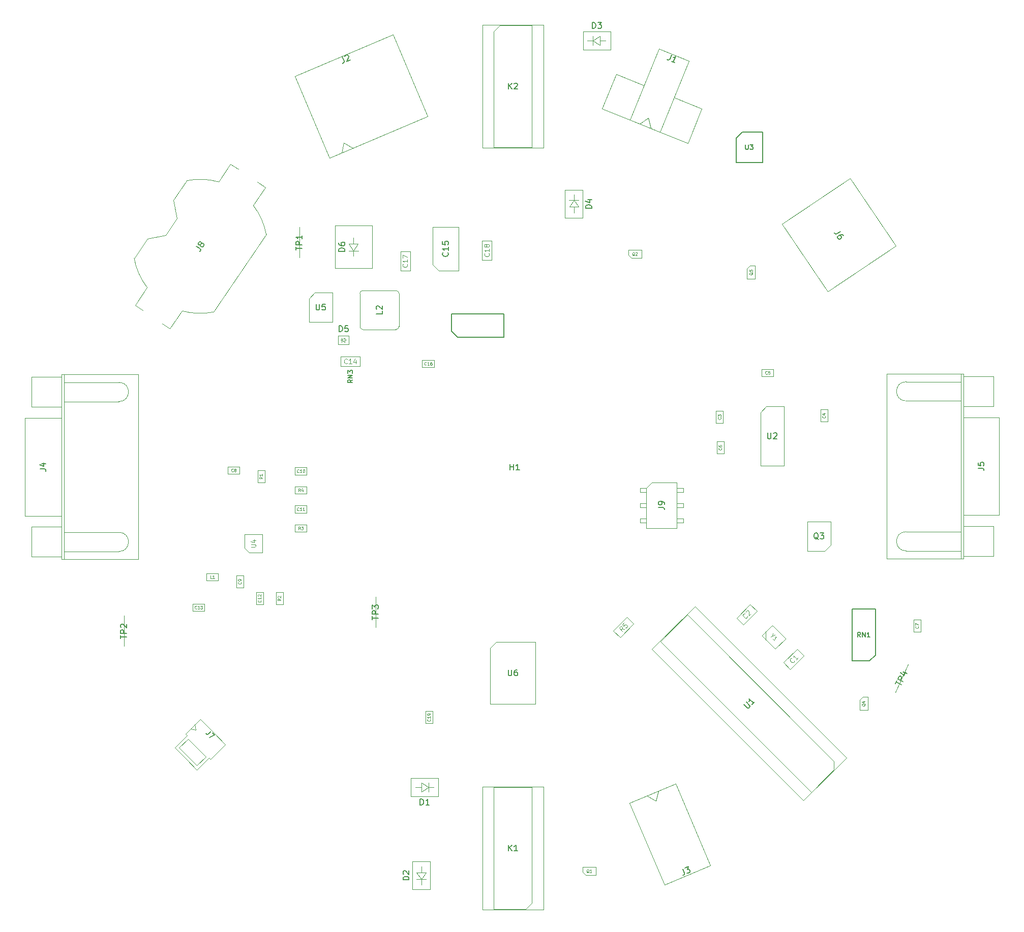
<source format=gbr>
G04 #@! TF.GenerationSoftware,KiCad,Pcbnew,5.1.5-52549c5~84~ubuntu18.04.1*
G04 #@! TF.CreationDate,2020-02-04T16:57:14-05:00*
G04 #@! TF.ProjectId,datapod,64617461-706f-4642-9e6b-696361645f70,1*
G04 #@! TF.SameCoordinates,Original*
G04 #@! TF.FileFunction,Other,Fab,Top*
%FSLAX46Y46*%
G04 Gerber Fmt 4.6, Leading zero omitted, Abs format (unit mm)*
G04 Created by KiCad (PCBNEW 5.1.5-52549c5~84~ubuntu18.04.1) date 2020-02-04 16:57:14*
%MOMM*%
%LPD*%
G04 APERTURE LIST*
%ADD10C,0.100000*%
%ADD11C,0.150000*%
%ADD12C,0.105000*%
%ADD13C,0.080000*%
%ADD14C,0.075000*%
%ADD15C,0.120000*%
%ADD16C,0.110000*%
%ADD17C,0.130000*%
G04 APERTURE END LIST*
D10*
X105410000Y-22800000D02*
X95250000Y-22800000D01*
X105410000Y-43240000D02*
X105410000Y-22800000D01*
X95250000Y-43240000D02*
X105410000Y-43240000D01*
X95250000Y-22800000D02*
X95250000Y-43240000D01*
X97155000Y-23860000D02*
X98155000Y-22860000D01*
X97155000Y-43180000D02*
X97155000Y-23860000D01*
X103505000Y-43180000D02*
X97155000Y-43180000D01*
X103505000Y-22860000D02*
X103505000Y-43180000D01*
X98155000Y-22860000D02*
X103505000Y-22860000D01*
X95250000Y-170240000D02*
X105410000Y-170240000D01*
X95250000Y-149800000D02*
X95250000Y-170240000D01*
X105410000Y-149800000D02*
X95250000Y-149800000D01*
X105410000Y-170240000D02*
X105410000Y-149800000D01*
X103505000Y-169180000D02*
X102505000Y-170180000D01*
X103505000Y-149860000D02*
X103505000Y-169180000D01*
X97155000Y-149860000D02*
X103505000Y-149860000D01*
X97155000Y-170180000D02*
X97155000Y-149860000D01*
X102505000Y-170180000D02*
X97155000Y-170180000D01*
X148722683Y-152096887D02*
X155906887Y-144912683D01*
X123493113Y-126867317D02*
X148722683Y-152096887D01*
X130677317Y-119683113D02*
X123493113Y-126867317D01*
X155906887Y-144912683D02*
X130677317Y-119683113D01*
X153810316Y-145510188D02*
X153810316Y-146924401D01*
X129372705Y-121072577D02*
X153810316Y-145510188D01*
X124882577Y-125562705D02*
X129372705Y-121072577D01*
X150027295Y-150707423D02*
X124882577Y-125562705D01*
X153810316Y-146924401D02*
X150027295Y-150707423D01*
X127635000Y-106680000D02*
X122555000Y-106680000D01*
X123505000Y-99060000D02*
X127635000Y-99060000D01*
X122555000Y-106680000D02*
X122555000Y-100010000D01*
X122555000Y-100010000D02*
X123505000Y-99060000D01*
X127635000Y-99060000D02*
X127635000Y-106680000D01*
X122555000Y-100010000D02*
X121495000Y-100010000D01*
X121495000Y-100010000D02*
X121495000Y-100650000D01*
X121495000Y-100650000D02*
X122555000Y-100650000D01*
X127635000Y-100010000D02*
X128695000Y-100010000D01*
X128695000Y-100010000D02*
X128695000Y-100650000D01*
X128695000Y-100650000D02*
X127635000Y-100650000D01*
X122555000Y-102550000D02*
X121495000Y-102550000D01*
X121495000Y-102550000D02*
X121495000Y-103190000D01*
X121495000Y-103190000D02*
X122555000Y-103190000D01*
X127635000Y-102550000D02*
X128695000Y-102550000D01*
X128695000Y-102550000D02*
X128695000Y-103190000D01*
X128695000Y-103190000D02*
X127635000Y-103190000D01*
X122555000Y-105090000D02*
X121495000Y-105090000D01*
X121495000Y-105090000D02*
X121495000Y-105730000D01*
X121495000Y-105730000D02*
X122555000Y-105730000D01*
X127635000Y-105090000D02*
X128695000Y-105090000D01*
X128695000Y-105090000D02*
X128695000Y-105730000D01*
X128695000Y-105730000D02*
X127635000Y-105730000D01*
X34728554Y-85560000D02*
G75*
G03X34728554Y-82360000I0J1600000D01*
G01*
X34728554Y-110560000D02*
G75*
G03X34728554Y-107360000I0J1600000D01*
G01*
X37948554Y-81035000D02*
X25608554Y-81035000D01*
X25608554Y-81035000D02*
X25608554Y-111885000D01*
X25608554Y-111885000D02*
X37948554Y-111885000D01*
X37948554Y-111885000D02*
X37948554Y-81035000D01*
X25608554Y-81035000D02*
X25208554Y-81035000D01*
X25208554Y-81035000D02*
X25208554Y-111885000D01*
X25208554Y-111885000D02*
X25608554Y-111885000D01*
X25608554Y-111885000D02*
X25608554Y-81035000D01*
X25208554Y-88310000D02*
X19038554Y-88310000D01*
X19038554Y-88310000D02*
X19038554Y-104610000D01*
X19038554Y-104610000D02*
X25208554Y-104610000D01*
X25208554Y-104610000D02*
X25208554Y-88310000D01*
X25208554Y-81460000D02*
X20208554Y-81460000D01*
X20208554Y-81460000D02*
X20208554Y-86460000D01*
X20208554Y-86460000D02*
X25208554Y-86460000D01*
X25208554Y-86460000D02*
X25208554Y-81460000D01*
X25208554Y-106460000D02*
X20208554Y-106460000D01*
X20208554Y-106460000D02*
X20208554Y-111460000D01*
X20208554Y-111460000D02*
X25208554Y-111460000D01*
X25208554Y-111460000D02*
X25208554Y-106460000D01*
X25608554Y-82360000D02*
X34728554Y-82360000D01*
X25608554Y-85560000D02*
X34728554Y-85560000D01*
X25608554Y-107360000D02*
X34728554Y-107360000D01*
X25608554Y-110560000D02*
X34728554Y-110560000D01*
X108990000Y-54910000D02*
X108990000Y-50310000D01*
X108990000Y-50310000D02*
X111990000Y-50310000D01*
X111990000Y-54910000D02*
X108990000Y-54910000D01*
X111990000Y-54910000D02*
X111990000Y-50310000D01*
X110488980Y-51960560D02*
X110488980Y-51058860D01*
X110488980Y-53111180D02*
X110488980Y-54109400D01*
X111289080Y-51960560D02*
X109688880Y-51960560D01*
X109739680Y-53111180D02*
X111289080Y-53111180D01*
X110488980Y-51960560D02*
X109739680Y-53111180D01*
X110488980Y-51960560D02*
X111289080Y-53111180D01*
X143587223Y-122896456D02*
X145708544Y-125017777D01*
X145708544Y-125017777D02*
X145708544Y-125159198D01*
X145708544Y-125159198D02*
X144082198Y-126785544D01*
X144082198Y-126785544D02*
X143940777Y-126785544D01*
X143940777Y-126785544D02*
X141819456Y-124664223D01*
X141819456Y-124664223D02*
X141819456Y-124522802D01*
X141819456Y-124522802D02*
X143445802Y-122896456D01*
X143445802Y-122896456D02*
X143587223Y-122896456D01*
X142455852Y-123886406D02*
X142455852Y-125300619D01*
D11*
X160700000Y-127810000D02*
X159700000Y-128810000D01*
X160700000Y-120110000D02*
X160700000Y-127810000D01*
X156800000Y-120110000D02*
X160700000Y-120110000D01*
X156800000Y-128810000D02*
X156800000Y-120110000D01*
X159700000Y-128810000D02*
X156800000Y-128810000D01*
D10*
X86960000Y-137185000D02*
X86960000Y-139185000D01*
X85760000Y-137185000D02*
X86960000Y-137185000D01*
X85760000Y-139185000D02*
X85760000Y-137185000D01*
X86960000Y-139185000D02*
X85760000Y-139185000D01*
X97580000Y-125660000D02*
X104080000Y-125660000D01*
X104080000Y-125660000D02*
X104080000Y-135960000D01*
X104080000Y-135960000D02*
X96580000Y-135960000D01*
X96580000Y-135960000D02*
X96580000Y-126660000D01*
X96580000Y-126660000D02*
X97580000Y-125660000D01*
X111930000Y-164005000D02*
X112430000Y-164505000D01*
X114130000Y-163155000D02*
X114130000Y-164505000D01*
X111930000Y-163155000D02*
X114130000Y-163155000D01*
X112430000Y-164505000D02*
X114130000Y-164505000D01*
X111930000Y-163155000D02*
X111930000Y-164005000D01*
X45990866Y-48747811D02*
G75*
G02X51292943Y-48934456I2269134J-10942189D01*
G01*
X50529134Y-70632189D02*
G75*
G02X45227057Y-70445544I-2269134J10942189D01*
G01*
X37264546Y-61685112D02*
G75*
G03X39423794Y-66531193I10995454J1995112D01*
G01*
X38744289Y-70399867D02*
X37417829Y-69505158D01*
X37417829Y-69505158D02*
X39423794Y-66531193D01*
X45227057Y-70445544D02*
X43221092Y-73419509D01*
X43221092Y-73419509D02*
X41894632Y-72524800D01*
X54625368Y-46855200D02*
X53298908Y-45960491D01*
X53298908Y-45960491D02*
X51292943Y-48934456D01*
X39446847Y-58449703D02*
X37264541Y-61685105D01*
X42500954Y-57856045D02*
X39446847Y-58449703D01*
X44402210Y-55037317D02*
X43808552Y-51983210D01*
X44402210Y-55037317D02*
X42500954Y-57856045D01*
X59102171Y-49874842D02*
X57096206Y-52848807D01*
X59102171Y-49874842D02*
X57775711Y-48980133D01*
X43808552Y-51983210D02*
X45990858Y-48747808D01*
X59255459Y-57694895D02*
X50529142Y-70632192D01*
X59255454Y-57694888D02*
G75*
G03X57096206Y-52848807I-10995454J-1995112D01*
G01*
X64016772Y-31308544D02*
X69799593Y-44932016D01*
X69799593Y-44932016D02*
X86138554Y-37996538D01*
X86138554Y-37996538D02*
X80355733Y-24373067D01*
X80355733Y-24373067D02*
X64016772Y-31308544D01*
X71801691Y-44082176D02*
X72169618Y-42389654D01*
X72169618Y-42389654D02*
X73642701Y-43300714D01*
X116600000Y-26900000D02*
X112000000Y-26900000D01*
X112000000Y-26900000D02*
X112000000Y-23900000D01*
X116600000Y-23900000D02*
X116600000Y-26900000D01*
X116600000Y-23900000D02*
X112000000Y-23900000D01*
X113650560Y-25401020D02*
X112748860Y-25401020D01*
X114801180Y-25401020D02*
X115799400Y-25401020D01*
X113650560Y-24600920D02*
X113650560Y-26201120D01*
X114801180Y-26150320D02*
X114801180Y-24600920D01*
X113650560Y-25401020D02*
X114801180Y-26150320D01*
X113650560Y-25401020D02*
X114801180Y-24600920D01*
X124623635Y-26740707D02*
X119828671Y-38608660D01*
X119828671Y-38608660D02*
X124835464Y-40631536D01*
X124835464Y-40631536D02*
X129630428Y-28763582D01*
X129630428Y-28763582D02*
X124623635Y-26740707D01*
X122151232Y-32860120D02*
X117515312Y-30987087D01*
X117515312Y-30987087D02*
X115192752Y-36735627D01*
X115192752Y-36735627D02*
X119828671Y-38608660D01*
X127158025Y-34882996D02*
X131793944Y-36756029D01*
X131793944Y-36756029D02*
X129471383Y-42504569D01*
X129471383Y-42504569D02*
X124835464Y-40631536D01*
X121404883Y-39245491D02*
X122861841Y-38308861D01*
X122861841Y-38308861D02*
X123259251Y-39994704D01*
D11*
X138500000Y-40680000D02*
X141900000Y-40680000D01*
X141900000Y-40680000D02*
X141900000Y-45680000D01*
X141900000Y-45680000D02*
X137500000Y-45680000D01*
X137500000Y-45680000D02*
X137500000Y-41680000D01*
X137500000Y-41680000D02*
X138500000Y-40680000D01*
D10*
X164104812Y-59583912D02*
X156499789Y-48309001D01*
X152746998Y-67244855D02*
X164104812Y-59583912D01*
X145141974Y-55969944D02*
X152746998Y-67244855D01*
X156499789Y-48309001D02*
X145141974Y-55969944D01*
X134147000Y-87129000D02*
X135347000Y-87129000D01*
X135347000Y-87129000D02*
X135347000Y-89129000D01*
X135347000Y-89129000D02*
X134147000Y-89129000D01*
X134147000Y-89129000D02*
X134147000Y-87129000D01*
X151546000Y-88875000D02*
X151546000Y-86875000D01*
X152746000Y-88875000D02*
X151546000Y-88875000D01*
X152746000Y-86875000D02*
X152746000Y-88875000D01*
X151546000Y-86875000D02*
X152746000Y-86875000D01*
X143748000Y-81372000D02*
X141748000Y-81372000D01*
X143748000Y-80172000D02*
X143748000Y-81372000D01*
X141748000Y-80172000D02*
X143748000Y-80172000D01*
X141748000Y-81372000D02*
X141748000Y-80172000D01*
X134274000Y-92209000D02*
X135474000Y-92209000D01*
X135474000Y-92209000D02*
X135474000Y-94209000D01*
X135474000Y-94209000D02*
X134274000Y-94209000D01*
X134274000Y-94209000D02*
X134274000Y-92209000D01*
X167040000Y-121945000D02*
X168240000Y-121945000D01*
X168240000Y-121945000D02*
X168240000Y-123945000D01*
X168240000Y-123945000D02*
X167040000Y-123945000D01*
X167040000Y-123945000D02*
X167040000Y-121945000D01*
X54848000Y-96428000D02*
X54848000Y-97628000D01*
X54848000Y-97628000D02*
X52848000Y-97628000D01*
X52848000Y-97628000D02*
X52848000Y-96428000D01*
X52848000Y-96428000D02*
X54848000Y-96428000D01*
X54264000Y-116570000D02*
X54264000Y-114570000D01*
X55464000Y-116570000D02*
X54264000Y-116570000D01*
X55464000Y-114570000D02*
X55464000Y-116570000D01*
X54264000Y-114570000D02*
X55464000Y-114570000D01*
X66015000Y-96555000D02*
X66015000Y-97755000D01*
X66015000Y-97755000D02*
X64015000Y-97755000D01*
X64015000Y-97755000D02*
X64015000Y-96555000D01*
X64015000Y-96555000D02*
X66015000Y-96555000D01*
X66015000Y-104105000D02*
X64015000Y-104105000D01*
X66015000Y-102905000D02*
X66015000Y-104105000D01*
X64015000Y-102905000D02*
X66015000Y-102905000D01*
X64015000Y-104105000D02*
X64015000Y-102905000D01*
X57566000Y-119355000D02*
X57566000Y-117355000D01*
X58766000Y-119355000D02*
X57566000Y-119355000D01*
X58766000Y-117355000D02*
X58766000Y-119355000D01*
X57566000Y-117355000D02*
X58766000Y-117355000D01*
X48997000Y-119288000D02*
X48997000Y-120488000D01*
X48997000Y-120488000D02*
X46997000Y-120488000D01*
X46997000Y-120488000D02*
X46997000Y-119288000D01*
X46997000Y-119288000D02*
X48997000Y-119288000D01*
X71642500Y-79667000D02*
X71642500Y-78067000D01*
X71642500Y-78067000D02*
X74842500Y-78067000D01*
X74842500Y-78067000D02*
X74842500Y-79667000D01*
X74842500Y-79667000D02*
X71642500Y-79667000D01*
X87004000Y-56446000D02*
X87004000Y-62746000D01*
X87004000Y-62746000D02*
X88004000Y-63746000D01*
X88004000Y-63746000D02*
X91304000Y-63746000D01*
X91304000Y-63746000D02*
X91304000Y-56446000D01*
X91304000Y-56446000D02*
X87004000Y-56446000D01*
X85233000Y-79848000D02*
X85233000Y-78648000D01*
X85233000Y-78648000D02*
X87233000Y-78648000D01*
X87233000Y-78648000D02*
X87233000Y-79848000D01*
X87233000Y-79848000D02*
X85233000Y-79848000D01*
X83223000Y-60539500D02*
X83223000Y-63739500D01*
X81623000Y-60539500D02*
X83223000Y-60539500D01*
X81623000Y-63739500D02*
X81623000Y-60539500D01*
X83223000Y-63739500D02*
X81623000Y-63739500D01*
X96812000Y-61961500D02*
X95212000Y-61961500D01*
X95212000Y-61961500D02*
X95212000Y-58761500D01*
X95212000Y-58761500D02*
X96812000Y-58761500D01*
X96812000Y-58761500D02*
X96812000Y-61961500D01*
X86279440Y-149858980D02*
X85128820Y-150659080D01*
X86279440Y-149858980D02*
X85128820Y-149109680D01*
X85128820Y-149109680D02*
X85128820Y-150659080D01*
X86279440Y-150659080D02*
X86279440Y-149058880D01*
X85128820Y-149858980D02*
X84130600Y-149858980D01*
X86279440Y-149858980D02*
X87181140Y-149858980D01*
X83330000Y-151360000D02*
X87930000Y-151360000D01*
X83330000Y-151360000D02*
X83330000Y-148360000D01*
X87930000Y-148360000D02*
X87930000Y-151360000D01*
X83330000Y-148360000D02*
X87930000Y-148360000D01*
X85091020Y-165209440D02*
X84290920Y-164058820D01*
X85091020Y-165209440D02*
X85840320Y-164058820D01*
X85840320Y-164058820D02*
X84290920Y-164058820D01*
X84290920Y-165209440D02*
X85891120Y-165209440D01*
X85091020Y-164058820D02*
X85091020Y-163060600D01*
X85091020Y-165209440D02*
X85091020Y-166111140D01*
X83590000Y-162260000D02*
X83590000Y-166860000D01*
X83590000Y-162260000D02*
X86590000Y-162260000D01*
X86590000Y-166860000D02*
X83590000Y-166860000D01*
X86590000Y-162260000D02*
X86590000Y-166860000D01*
X76887000Y-56238000D02*
X76887000Y-63338000D01*
X76887000Y-63338000D02*
X70687000Y-63338000D01*
X70687000Y-56238000D02*
X76887000Y-56238000D01*
X70687000Y-56238000D02*
X70687000Y-63338000D01*
X73788020Y-60437440D02*
X73788020Y-61339140D01*
X73788020Y-59286820D02*
X73788020Y-58288600D01*
X72987920Y-60437440D02*
X74588120Y-60437440D01*
X74537320Y-59286820D02*
X72987920Y-59286820D01*
X73788020Y-60437440D02*
X74537320Y-59286820D01*
X73788020Y-60437440D02*
X72987920Y-59286820D01*
X133245733Y-162864725D02*
X127462912Y-149241253D01*
X127462912Y-149241253D02*
X119776696Y-152503858D01*
X119776696Y-152503858D02*
X125559517Y-166127330D01*
X125559517Y-166127330D02*
X133245733Y-162864725D01*
X124540309Y-150481824D02*
X124172382Y-152174346D01*
X124172382Y-152174346D02*
X122699299Y-151263286D01*
X49292000Y-115408000D02*
X49292000Y-114208000D01*
X49292000Y-114208000D02*
X51292000Y-114208000D01*
X51292000Y-114208000D02*
X51292000Y-115408000D01*
X51292000Y-115408000D02*
X49292000Y-115408000D01*
X75355000Y-73552000D02*
G75*
G02X74855000Y-73052000I0J500000D01*
G01*
X74855000Y-67552000D02*
G75*
G02X75355000Y-67052000I500000J0D01*
G01*
X81355000Y-73052000D02*
G75*
G02X80855000Y-73552000I-500000J0D01*
G01*
X80855000Y-67052000D02*
G75*
G02X81355000Y-67552000I0J-500000D01*
G01*
X75355000Y-67052000D02*
X80855000Y-67052000D01*
X74855000Y-73052000D02*
X74855000Y-67552000D01*
X80855000Y-73552000D02*
X75355000Y-73552000D01*
X81355000Y-67552000D02*
X81355000Y-73052000D01*
X119550000Y-60285000D02*
X119550000Y-61135000D01*
X120050000Y-61635000D02*
X121750000Y-61635000D01*
X119550000Y-60285000D02*
X121750000Y-60285000D01*
X121750000Y-60285000D02*
X121750000Y-61635000D01*
X119550000Y-61135000D02*
X120050000Y-61635000D01*
X159425000Y-134790000D02*
X158575000Y-134790000D01*
X158075000Y-135290000D02*
X158075000Y-136990000D01*
X159425000Y-134790000D02*
X159425000Y-136990000D01*
X159425000Y-136990000D02*
X158075000Y-136990000D01*
X158575000Y-134790000D02*
X158075000Y-135290000D01*
X57820000Y-99035000D02*
X57820000Y-97035000D01*
X59020000Y-99035000D02*
X57820000Y-99035000D01*
X59020000Y-97035000D02*
X59020000Y-99035000D01*
X57820000Y-97035000D02*
X59020000Y-97035000D01*
X60868000Y-119373000D02*
X60868000Y-117373000D01*
X62068000Y-119373000D02*
X60868000Y-119373000D01*
X62068000Y-117373000D02*
X62068000Y-119373000D01*
X60868000Y-117373000D02*
X62068000Y-117373000D01*
X66015000Y-106080000D02*
X66015000Y-107280000D01*
X66015000Y-107280000D02*
X64015000Y-107280000D01*
X64015000Y-107280000D02*
X64015000Y-106080000D01*
X64015000Y-106080000D02*
X66015000Y-106080000D01*
X64015000Y-100930000D02*
X64015000Y-99730000D01*
X64015000Y-99730000D02*
X66015000Y-99730000D01*
X66015000Y-99730000D02*
X66015000Y-100930000D01*
X66015000Y-100930000D02*
X64015000Y-100930000D01*
D11*
X90138000Y-73848000D02*
X90138000Y-70948000D01*
X90138000Y-70948000D02*
X98838000Y-70948000D01*
X98838000Y-70948000D02*
X98838000Y-74848000D01*
X98838000Y-74848000D02*
X91138000Y-74848000D01*
X91138000Y-74848000D02*
X90138000Y-73848000D01*
D10*
X142535000Y-86363000D02*
X145460000Y-86363000D01*
X145460000Y-86363000D02*
X145460000Y-96263000D01*
X145460000Y-96263000D02*
X141560000Y-96263000D01*
X141560000Y-96263000D02*
X141560000Y-87338000D01*
X141560000Y-87338000D02*
X142535000Y-86363000D01*
X55650000Y-109970000D02*
X55650000Y-107720000D01*
X55650000Y-107720000D02*
X58650000Y-107720000D01*
X58650000Y-107720000D02*
X58650000Y-110720000D01*
X58650000Y-110720000D02*
X56400000Y-110720000D01*
X56400000Y-110720000D02*
X55650000Y-109970000D01*
X67351000Y-67400000D02*
X70276000Y-67400000D01*
X70276000Y-67400000D02*
X70276000Y-72300000D01*
X70276000Y-72300000D02*
X66376000Y-72300000D01*
X66376000Y-72300000D02*
X66376000Y-68375000D01*
X66376000Y-68375000D02*
X67351000Y-67400000D01*
X146536136Y-130185235D02*
X145404765Y-129053864D01*
X145404765Y-129053864D02*
X147667506Y-126791123D01*
X147667506Y-126791123D02*
X148798877Y-127922494D01*
X148798877Y-127922494D02*
X146536136Y-130185235D01*
X140980235Y-120501136D02*
X138717494Y-122763877D01*
X139848864Y-119369765D02*
X140980235Y-120501136D01*
X137586123Y-121632506D02*
X139848864Y-119369765D01*
X138717494Y-122763877D02*
X137586123Y-121632506D01*
X118179315Y-124887056D02*
X117047944Y-123755685D01*
X117047944Y-123755685D02*
X119310685Y-121492944D01*
X119310685Y-121492944D02*
X120442056Y-122624315D01*
X120442056Y-122624315D02*
X118179315Y-124887056D01*
X64770000Y-56515000D02*
X64770000Y-61595000D01*
X35560000Y-121285000D02*
X35560000Y-126365000D01*
X77470000Y-118110000D02*
X77470000Y-123190000D01*
X152275000Y-110450000D02*
X149350000Y-110450000D01*
X149350000Y-110450000D02*
X149350000Y-105550000D01*
X149350000Y-105550000D02*
X153250000Y-105550000D01*
X153250000Y-105550000D02*
X153250000Y-109475000D01*
X153250000Y-109475000D02*
X152275000Y-110450000D01*
X140675000Y-62900000D02*
X139825000Y-62900000D01*
X139325000Y-63400000D02*
X139325000Y-65100000D01*
X140675000Y-62900000D02*
X140675000Y-65100000D01*
X140675000Y-65100000D02*
X139325000Y-65100000D01*
X139825000Y-62900000D02*
X139325000Y-63400000D01*
X166146901Y-129395956D02*
X164000000Y-134000000D01*
X165813424Y-107255924D02*
G75*
G03X165813424Y-110455924I0J-1600000D01*
G01*
X165813424Y-82255924D02*
G75*
G03X165813424Y-85455924I0J-1600000D01*
G01*
X162593424Y-111780924D02*
X174933424Y-111780924D01*
X174933424Y-111780924D02*
X174933424Y-80930924D01*
X174933424Y-80930924D02*
X162593424Y-80930924D01*
X162593424Y-80930924D02*
X162593424Y-111780924D01*
X174933424Y-111780924D02*
X175333424Y-111780924D01*
X175333424Y-111780924D02*
X175333424Y-80930924D01*
X175333424Y-80930924D02*
X174933424Y-80930924D01*
X174933424Y-80930924D02*
X174933424Y-111780924D01*
X175333424Y-104505924D02*
X181333424Y-104505924D01*
X181333424Y-104505924D02*
X181333424Y-88205924D01*
X181333424Y-88205924D02*
X175333424Y-88205924D01*
X175333424Y-88205924D02*
X175333424Y-104505924D01*
X175333424Y-111355924D02*
X180333424Y-111355924D01*
X180333424Y-111355924D02*
X180333424Y-106355924D01*
X180333424Y-106355924D02*
X175333424Y-106355924D01*
X175333424Y-106355924D02*
X175333424Y-111355924D01*
X175333424Y-86355924D02*
X180333424Y-86355924D01*
X180333424Y-86355924D02*
X180333424Y-81355924D01*
X180333424Y-81355924D02*
X175333424Y-81355924D01*
X175333424Y-81355924D02*
X175333424Y-86355924D01*
X174933424Y-110455924D02*
X165813424Y-110455924D01*
X174933424Y-107255924D02*
X165813424Y-107255924D01*
X174933424Y-85455924D02*
X165813424Y-85455924D01*
X174933424Y-82255924D02*
X165813424Y-82255924D01*
X50374249Y-140623518D02*
X48274142Y-138523411D01*
X48274142Y-138523411D02*
X45813411Y-140984142D01*
X45813411Y-140984142D02*
X46075040Y-141245772D01*
X46075040Y-141245772D02*
X44052715Y-143268097D01*
X44052715Y-143268097D02*
X45891192Y-145106575D01*
X50374249Y-140623518D02*
X52474356Y-142723625D01*
X52474356Y-142723625D02*
X50013625Y-145184356D01*
X50013625Y-145184356D02*
X49751995Y-144922727D01*
X49751995Y-144922727D02*
X47729670Y-146945052D01*
X47729670Y-146945052D02*
X45891192Y-145106575D01*
X44759821Y-143268097D02*
X47729670Y-146237946D01*
X47729670Y-146237946D02*
X49200452Y-144767163D01*
X49200452Y-144767163D02*
X46230604Y-141797315D01*
X46230604Y-141797315D02*
X44759821Y-143268097D01*
X46690223Y-140107330D02*
X47543776Y-140253776D01*
X47543776Y-140253776D02*
X47397330Y-139400223D01*
X72336000Y-75311000D02*
X72586000Y-75311000D01*
X72336000Y-75661000D02*
X71836000Y-75311000D01*
X72336000Y-74961000D02*
X72336000Y-75661000D01*
X71836000Y-75311000D02*
X72336000Y-74961000D01*
X71836000Y-75311000D02*
X71636000Y-75311000D01*
X71836000Y-74961000D02*
X71836000Y-75661000D01*
X71236000Y-76011000D02*
X71236000Y-74611000D01*
X73036000Y-76011000D02*
X71236000Y-76011000D01*
X73036000Y-74611000D02*
X73036000Y-76011000D01*
X71236000Y-74611000D02*
X73036000Y-74611000D01*
D11*
X99591904Y-33472380D02*
X99591904Y-32472380D01*
X100163333Y-33472380D02*
X99734761Y-32900952D01*
X100163333Y-32472380D02*
X99591904Y-33043809D01*
X100544285Y-32567619D02*
X100591904Y-32520000D01*
X100687142Y-32472380D01*
X100925238Y-32472380D01*
X101020476Y-32520000D01*
X101068095Y-32567619D01*
X101115714Y-32662857D01*
X101115714Y-32758095D01*
X101068095Y-32900952D01*
X100496666Y-33472380D01*
X101115714Y-33472380D01*
X99591904Y-160472380D02*
X99591904Y-159472380D01*
X100163333Y-160472380D02*
X99734761Y-159900952D01*
X100163333Y-159472380D02*
X99591904Y-160043809D01*
X101115714Y-160472380D02*
X100544285Y-160472380D01*
X100830000Y-160472380D02*
X100830000Y-159472380D01*
X100734761Y-159615238D01*
X100639523Y-159710476D01*
X100544285Y-159758095D01*
X138774026Y-136041522D02*
X139346446Y-136613942D01*
X139447461Y-136647614D01*
X139514805Y-136647614D01*
X139615820Y-136613942D01*
X139750507Y-136479255D01*
X139784179Y-136378240D01*
X139784179Y-136310896D01*
X139750507Y-136209881D01*
X139178087Y-135637461D01*
X140592301Y-135637461D02*
X140188240Y-136041522D01*
X140390270Y-135839492D02*
X139683164Y-135132385D01*
X139716835Y-135300744D01*
X139716835Y-135435431D01*
X139683164Y-135536446D01*
X124547380Y-103203333D02*
X125261666Y-103203333D01*
X125404523Y-103250952D01*
X125499761Y-103346190D01*
X125547380Y-103489047D01*
X125547380Y-103584285D01*
X125547380Y-102679523D02*
X125547380Y-102489047D01*
X125499761Y-102393809D01*
X125452142Y-102346190D01*
X125309285Y-102250952D01*
X125118809Y-102203333D01*
X124737857Y-102203333D01*
X124642619Y-102250952D01*
X124595000Y-102298571D01*
X124547380Y-102393809D01*
X124547380Y-102584285D01*
X124595000Y-102679523D01*
X124642619Y-102727142D01*
X124737857Y-102774761D01*
X124975952Y-102774761D01*
X125071190Y-102727142D01*
X125118809Y-102679523D01*
X125166428Y-102584285D01*
X125166428Y-102393809D01*
X125118809Y-102298571D01*
X125071190Y-102250952D01*
X124975952Y-102203333D01*
X21575934Y-96793333D02*
X22290220Y-96793333D01*
X22433077Y-96840952D01*
X22528315Y-96936190D01*
X22575934Y-97079047D01*
X22575934Y-97174285D01*
X21909268Y-95888571D02*
X22575934Y-95888571D01*
X21528315Y-96126666D02*
X22242601Y-96364761D01*
X22242601Y-95745714D01*
X113442380Y-53348095D02*
X112442380Y-53348095D01*
X112442380Y-53110000D01*
X112490000Y-52967142D01*
X112585238Y-52871904D01*
X112680476Y-52824285D01*
X112870952Y-52776666D01*
X113013809Y-52776666D01*
X113204285Y-52824285D01*
X113299523Y-52871904D01*
X113394761Y-52967142D01*
X113442380Y-53110000D01*
X113442380Y-53348095D01*
X112775714Y-51919523D02*
X113442380Y-51919523D01*
X112394761Y-52157619D02*
X113109047Y-52395714D01*
X113109047Y-51776666D01*
D12*
X143540082Y-124593512D02*
X143304380Y-124829214D01*
X143634363Y-124169248D02*
X143540082Y-124593512D01*
X143964346Y-124499231D01*
X143893636Y-125418470D02*
X143610793Y-125135627D01*
X143752214Y-125277049D02*
X144247189Y-124782074D01*
X144129338Y-124805644D01*
X144035057Y-124805644D01*
X143964346Y-124782074D01*
D11*
X158197619Y-124821904D02*
X157930952Y-124440952D01*
X157740476Y-124821904D02*
X157740476Y-124021904D01*
X158045238Y-124021904D01*
X158121428Y-124060000D01*
X158159523Y-124098095D01*
X158197619Y-124174285D01*
X158197619Y-124288571D01*
X158159523Y-124364761D01*
X158121428Y-124402857D01*
X158045238Y-124440952D01*
X157740476Y-124440952D01*
X158540476Y-124821904D02*
X158540476Y-124021904D01*
X158997619Y-124821904D01*
X158997619Y-124021904D01*
X159797619Y-124821904D02*
X159340476Y-124821904D01*
X159569047Y-124821904D02*
X159569047Y-124021904D01*
X159492857Y-124136190D01*
X159416666Y-124212380D01*
X159340476Y-124250476D01*
D13*
X86538571Y-138506428D02*
X86562380Y-138530238D01*
X86586190Y-138601666D01*
X86586190Y-138649285D01*
X86562380Y-138720714D01*
X86514761Y-138768333D01*
X86467142Y-138792142D01*
X86371904Y-138815952D01*
X86300476Y-138815952D01*
X86205238Y-138792142D01*
X86157619Y-138768333D01*
X86110000Y-138720714D01*
X86086190Y-138649285D01*
X86086190Y-138601666D01*
X86110000Y-138530238D01*
X86133809Y-138506428D01*
X86586190Y-138030238D02*
X86586190Y-138315952D01*
X86586190Y-138173095D02*
X86086190Y-138173095D01*
X86157619Y-138220714D01*
X86205238Y-138268333D01*
X86229047Y-138315952D01*
X86586190Y-137792142D02*
X86586190Y-137696904D01*
X86562380Y-137649285D01*
X86538571Y-137625476D01*
X86467142Y-137577857D01*
X86371904Y-137554047D01*
X86181428Y-137554047D01*
X86133809Y-137577857D01*
X86110000Y-137601666D01*
X86086190Y-137649285D01*
X86086190Y-137744523D01*
X86110000Y-137792142D01*
X86133809Y-137815952D01*
X86181428Y-137839761D01*
X86300476Y-137839761D01*
X86348095Y-137815952D01*
X86371904Y-137792142D01*
X86395714Y-137744523D01*
X86395714Y-137649285D01*
X86371904Y-137601666D01*
X86348095Y-137577857D01*
X86300476Y-137554047D01*
D11*
X99568095Y-130262380D02*
X99568095Y-131071904D01*
X99615714Y-131167142D01*
X99663333Y-131214761D01*
X99758571Y-131262380D01*
X99949047Y-131262380D01*
X100044285Y-131214761D01*
X100091904Y-131167142D01*
X100139523Y-131071904D01*
X100139523Y-130262380D01*
X101044285Y-130262380D02*
X100853809Y-130262380D01*
X100758571Y-130310000D01*
X100710952Y-130357619D01*
X100615714Y-130500476D01*
X100568095Y-130690952D01*
X100568095Y-131071904D01*
X100615714Y-131167142D01*
X100663333Y-131214761D01*
X100758571Y-131262380D01*
X100949047Y-131262380D01*
X101044285Y-131214761D01*
X101091904Y-131167142D01*
X101139523Y-131071904D01*
X101139523Y-130833809D01*
X101091904Y-130738571D01*
X101044285Y-130690952D01*
X100949047Y-130643333D01*
X100758571Y-130643333D01*
X100663333Y-130690952D01*
X100615714Y-130738571D01*
X100568095Y-130833809D01*
D14*
X112982380Y-164103809D02*
X112934761Y-164080000D01*
X112887142Y-164032380D01*
X112815714Y-163960952D01*
X112768095Y-163937142D01*
X112720476Y-163937142D01*
X112744285Y-164056190D02*
X112696666Y-164032380D01*
X112649047Y-163984761D01*
X112625238Y-163889523D01*
X112625238Y-163722857D01*
X112649047Y-163627619D01*
X112696666Y-163580000D01*
X112744285Y-163556190D01*
X112839523Y-163556190D01*
X112887142Y-163580000D01*
X112934761Y-163627619D01*
X112958571Y-163722857D01*
X112958571Y-163889523D01*
X112934761Y-163984761D01*
X112887142Y-164032380D01*
X112839523Y-164056190D01*
X112744285Y-164056190D01*
X113434761Y-164056190D02*
X113149047Y-164056190D01*
X113291904Y-164056190D02*
X113291904Y-163556190D01*
X113244285Y-163627619D01*
X113196666Y-163675238D01*
X113149047Y-163699047D01*
D11*
X47619605Y-59660121D02*
X48211775Y-60059544D01*
X48303580Y-60178907D01*
X48329280Y-60311119D01*
X48288873Y-60456181D01*
X48235617Y-60535137D01*
X48321074Y-59386561D02*
X48228340Y-59438889D01*
X48162233Y-59451739D01*
X48056649Y-59437960D01*
X48017171Y-59411332D01*
X47964843Y-59318597D01*
X47951994Y-59252491D01*
X47965772Y-59146907D01*
X48072285Y-58988995D01*
X48165020Y-58936667D01*
X48231126Y-58923818D01*
X48336710Y-58937596D01*
X48376188Y-58964224D01*
X48428516Y-59056959D01*
X48441365Y-59123065D01*
X48427587Y-59228649D01*
X48321074Y-59386561D01*
X48307295Y-59492145D01*
X48320145Y-59558251D01*
X48372473Y-59650986D01*
X48530385Y-59757499D01*
X48635969Y-59771277D01*
X48702075Y-59758428D01*
X48794810Y-59706100D01*
X48901323Y-59548188D01*
X48915101Y-59442604D01*
X48902251Y-59376498D01*
X48849924Y-59283763D01*
X48692012Y-59177250D01*
X48586428Y-59163472D01*
X48520321Y-59176321D01*
X48427587Y-59228649D01*
X71938958Y-28111316D02*
X72218051Y-28768820D01*
X72230037Y-28918927D01*
X72179582Y-29043806D01*
X72066687Y-29143459D01*
X71979020Y-29180671D01*
X72370672Y-28031527D02*
X72395900Y-27969087D01*
X72464961Y-27888041D01*
X72684128Y-27795010D01*
X72790402Y-27801631D01*
X72852842Y-27826858D01*
X72933888Y-27895919D01*
X72971100Y-27983586D01*
X72983085Y-28133693D01*
X72680357Y-28882971D01*
X73250194Y-28641090D01*
X113561904Y-23352380D02*
X113561904Y-22352380D01*
X113800000Y-22352380D01*
X113942857Y-22400000D01*
X114038095Y-22495238D01*
X114085714Y-22590476D01*
X114133333Y-22780952D01*
X114133333Y-22923809D01*
X114085714Y-23114285D01*
X114038095Y-23209523D01*
X113942857Y-23304761D01*
X113800000Y-23352380D01*
X113561904Y-23352380D01*
X114466666Y-22352380D02*
X115085714Y-22352380D01*
X114752380Y-22733333D01*
X114895238Y-22733333D01*
X114990476Y-22780952D01*
X115038095Y-22828571D01*
X115085714Y-22923809D01*
X115085714Y-23161904D01*
X115038095Y-23257142D01*
X114990476Y-23304761D01*
X114895238Y-23352380D01*
X114609523Y-23352380D01*
X114514285Y-23304761D01*
X114466666Y-23257142D01*
X126760887Y-27768560D02*
X126493311Y-28430834D01*
X126395644Y-28545451D01*
X126271664Y-28598077D01*
X126121371Y-28588713D01*
X126033067Y-28553037D01*
X127313464Y-29070351D02*
X126783645Y-28856290D01*
X127048555Y-28963320D02*
X127423161Y-28036136D01*
X127281343Y-28132914D01*
X127157363Y-28185541D01*
X127051221Y-28194015D01*
X139090476Y-42741904D02*
X139090476Y-43389523D01*
X139128571Y-43465714D01*
X139166666Y-43503809D01*
X139242857Y-43541904D01*
X139395238Y-43541904D01*
X139471428Y-43503809D01*
X139509523Y-43465714D01*
X139547619Y-43389523D01*
X139547619Y-42741904D01*
X139852380Y-42741904D02*
X140347619Y-42741904D01*
X140080952Y-43046666D01*
X140195238Y-43046666D01*
X140271428Y-43084761D01*
X140309523Y-43122857D01*
X140347619Y-43199047D01*
X140347619Y-43389523D01*
X140309523Y-43465714D01*
X140271428Y-43503809D01*
X140195238Y-43541904D01*
X139966666Y-43541904D01*
X139890476Y-43503809D01*
X139852380Y-43465714D01*
X154890992Y-57194357D02*
X154298822Y-57593780D01*
X154153760Y-57634187D01*
X154021547Y-57608488D01*
X153902185Y-57516682D01*
X153848928Y-57437726D01*
X155396928Y-57944439D02*
X155290415Y-57786527D01*
X155197681Y-57734199D01*
X155131574Y-57721349D01*
X154959884Y-57722278D01*
X154775344Y-57789313D01*
X154459520Y-58002339D01*
X154407192Y-58095073D01*
X154394343Y-58161179D01*
X154408121Y-58266764D01*
X154514634Y-58424676D01*
X154607368Y-58477003D01*
X154673475Y-58489853D01*
X154779059Y-58476074D01*
X154976449Y-58342933D01*
X155028777Y-58250199D01*
X155041626Y-58184093D01*
X155027848Y-58078508D01*
X154921335Y-57920597D01*
X154828600Y-57868269D01*
X154762494Y-57855419D01*
X154656910Y-57869198D01*
D13*
X134925571Y-88212333D02*
X134949380Y-88236142D01*
X134973190Y-88307571D01*
X134973190Y-88355190D01*
X134949380Y-88426619D01*
X134901761Y-88474238D01*
X134854142Y-88498047D01*
X134758904Y-88521857D01*
X134687476Y-88521857D01*
X134592238Y-88498047D01*
X134544619Y-88474238D01*
X134497000Y-88426619D01*
X134473190Y-88355190D01*
X134473190Y-88307571D01*
X134497000Y-88236142D01*
X134520809Y-88212333D01*
X134473190Y-88045666D02*
X134473190Y-87736142D01*
X134663666Y-87902809D01*
X134663666Y-87831380D01*
X134687476Y-87783761D01*
X134711285Y-87759952D01*
X134758904Y-87736142D01*
X134877952Y-87736142D01*
X134925571Y-87759952D01*
X134949380Y-87783761D01*
X134973190Y-87831380D01*
X134973190Y-87974238D01*
X134949380Y-88021857D01*
X134925571Y-88045666D01*
X152324571Y-87958333D02*
X152348380Y-87982142D01*
X152372190Y-88053571D01*
X152372190Y-88101190D01*
X152348380Y-88172619D01*
X152300761Y-88220238D01*
X152253142Y-88244047D01*
X152157904Y-88267857D01*
X152086476Y-88267857D01*
X151991238Y-88244047D01*
X151943619Y-88220238D01*
X151896000Y-88172619D01*
X151872190Y-88101190D01*
X151872190Y-88053571D01*
X151896000Y-87982142D01*
X151919809Y-87958333D01*
X152038857Y-87529761D02*
X152372190Y-87529761D01*
X151848380Y-87648809D02*
X152205523Y-87767857D01*
X152205523Y-87458333D01*
X142664666Y-80950571D02*
X142640857Y-80974380D01*
X142569428Y-80998190D01*
X142521809Y-80998190D01*
X142450380Y-80974380D01*
X142402761Y-80926761D01*
X142378952Y-80879142D01*
X142355142Y-80783904D01*
X142355142Y-80712476D01*
X142378952Y-80617238D01*
X142402761Y-80569619D01*
X142450380Y-80522000D01*
X142521809Y-80498190D01*
X142569428Y-80498190D01*
X142640857Y-80522000D01*
X142664666Y-80545809D01*
X143117047Y-80498190D02*
X142878952Y-80498190D01*
X142855142Y-80736285D01*
X142878952Y-80712476D01*
X142926571Y-80688666D01*
X143045619Y-80688666D01*
X143093238Y-80712476D01*
X143117047Y-80736285D01*
X143140857Y-80783904D01*
X143140857Y-80902952D01*
X143117047Y-80950571D01*
X143093238Y-80974380D01*
X143045619Y-80998190D01*
X142926571Y-80998190D01*
X142878952Y-80974380D01*
X142855142Y-80950571D01*
X135052571Y-93292333D02*
X135076380Y-93316142D01*
X135100190Y-93387571D01*
X135100190Y-93435190D01*
X135076380Y-93506619D01*
X135028761Y-93554238D01*
X134981142Y-93578047D01*
X134885904Y-93601857D01*
X134814476Y-93601857D01*
X134719238Y-93578047D01*
X134671619Y-93554238D01*
X134624000Y-93506619D01*
X134600190Y-93435190D01*
X134600190Y-93387571D01*
X134624000Y-93316142D01*
X134647809Y-93292333D01*
X134600190Y-92863761D02*
X134600190Y-92959000D01*
X134624000Y-93006619D01*
X134647809Y-93030428D01*
X134719238Y-93078047D01*
X134814476Y-93101857D01*
X135004952Y-93101857D01*
X135052571Y-93078047D01*
X135076380Y-93054238D01*
X135100190Y-93006619D01*
X135100190Y-92911380D01*
X135076380Y-92863761D01*
X135052571Y-92839952D01*
X135004952Y-92816142D01*
X134885904Y-92816142D01*
X134838285Y-92839952D01*
X134814476Y-92863761D01*
X134790666Y-92911380D01*
X134790666Y-93006619D01*
X134814476Y-93054238D01*
X134838285Y-93078047D01*
X134885904Y-93101857D01*
X167818571Y-123028333D02*
X167842380Y-123052142D01*
X167866190Y-123123571D01*
X167866190Y-123171190D01*
X167842380Y-123242619D01*
X167794761Y-123290238D01*
X167747142Y-123314047D01*
X167651904Y-123337857D01*
X167580476Y-123337857D01*
X167485238Y-123314047D01*
X167437619Y-123290238D01*
X167390000Y-123242619D01*
X167366190Y-123171190D01*
X167366190Y-123123571D01*
X167390000Y-123052142D01*
X167413809Y-123028333D01*
X167366190Y-122861666D02*
X167366190Y-122528333D01*
X167866190Y-122742619D01*
X53764666Y-97206571D02*
X53740857Y-97230380D01*
X53669428Y-97254190D01*
X53621809Y-97254190D01*
X53550380Y-97230380D01*
X53502761Y-97182761D01*
X53478952Y-97135142D01*
X53455142Y-97039904D01*
X53455142Y-96968476D01*
X53478952Y-96873238D01*
X53502761Y-96825619D01*
X53550380Y-96778000D01*
X53621809Y-96754190D01*
X53669428Y-96754190D01*
X53740857Y-96778000D01*
X53764666Y-96801809D01*
X54050380Y-96968476D02*
X54002761Y-96944666D01*
X53978952Y-96920857D01*
X53955142Y-96873238D01*
X53955142Y-96849428D01*
X53978952Y-96801809D01*
X54002761Y-96778000D01*
X54050380Y-96754190D01*
X54145619Y-96754190D01*
X54193238Y-96778000D01*
X54217047Y-96801809D01*
X54240857Y-96849428D01*
X54240857Y-96873238D01*
X54217047Y-96920857D01*
X54193238Y-96944666D01*
X54145619Y-96968476D01*
X54050380Y-96968476D01*
X54002761Y-96992285D01*
X53978952Y-97016095D01*
X53955142Y-97063714D01*
X53955142Y-97158952D01*
X53978952Y-97206571D01*
X54002761Y-97230380D01*
X54050380Y-97254190D01*
X54145619Y-97254190D01*
X54193238Y-97230380D01*
X54217047Y-97206571D01*
X54240857Y-97158952D01*
X54240857Y-97063714D01*
X54217047Y-97016095D01*
X54193238Y-96992285D01*
X54145619Y-96968476D01*
X55042571Y-115653333D02*
X55066380Y-115677142D01*
X55090190Y-115748571D01*
X55090190Y-115796190D01*
X55066380Y-115867619D01*
X55018761Y-115915238D01*
X54971142Y-115939047D01*
X54875904Y-115962857D01*
X54804476Y-115962857D01*
X54709238Y-115939047D01*
X54661619Y-115915238D01*
X54614000Y-115867619D01*
X54590190Y-115796190D01*
X54590190Y-115748571D01*
X54614000Y-115677142D01*
X54637809Y-115653333D01*
X55090190Y-115415238D02*
X55090190Y-115320000D01*
X55066380Y-115272380D01*
X55042571Y-115248571D01*
X54971142Y-115200952D01*
X54875904Y-115177142D01*
X54685428Y-115177142D01*
X54637809Y-115200952D01*
X54614000Y-115224761D01*
X54590190Y-115272380D01*
X54590190Y-115367619D01*
X54614000Y-115415238D01*
X54637809Y-115439047D01*
X54685428Y-115462857D01*
X54804476Y-115462857D01*
X54852095Y-115439047D01*
X54875904Y-115415238D01*
X54899714Y-115367619D01*
X54899714Y-115272380D01*
X54875904Y-115224761D01*
X54852095Y-115200952D01*
X54804476Y-115177142D01*
X64693571Y-97333571D02*
X64669761Y-97357380D01*
X64598333Y-97381190D01*
X64550714Y-97381190D01*
X64479285Y-97357380D01*
X64431666Y-97309761D01*
X64407857Y-97262142D01*
X64384047Y-97166904D01*
X64384047Y-97095476D01*
X64407857Y-97000238D01*
X64431666Y-96952619D01*
X64479285Y-96905000D01*
X64550714Y-96881190D01*
X64598333Y-96881190D01*
X64669761Y-96905000D01*
X64693571Y-96928809D01*
X65169761Y-97381190D02*
X64884047Y-97381190D01*
X65026904Y-97381190D02*
X65026904Y-96881190D01*
X64979285Y-96952619D01*
X64931666Y-97000238D01*
X64884047Y-97024047D01*
X65479285Y-96881190D02*
X65526904Y-96881190D01*
X65574523Y-96905000D01*
X65598333Y-96928809D01*
X65622142Y-96976428D01*
X65645952Y-97071666D01*
X65645952Y-97190714D01*
X65622142Y-97285952D01*
X65598333Y-97333571D01*
X65574523Y-97357380D01*
X65526904Y-97381190D01*
X65479285Y-97381190D01*
X65431666Y-97357380D01*
X65407857Y-97333571D01*
X65384047Y-97285952D01*
X65360238Y-97190714D01*
X65360238Y-97071666D01*
X65384047Y-96976428D01*
X65407857Y-96928809D01*
X65431666Y-96905000D01*
X65479285Y-96881190D01*
X64693571Y-103683571D02*
X64669761Y-103707380D01*
X64598333Y-103731190D01*
X64550714Y-103731190D01*
X64479285Y-103707380D01*
X64431666Y-103659761D01*
X64407857Y-103612142D01*
X64384047Y-103516904D01*
X64384047Y-103445476D01*
X64407857Y-103350238D01*
X64431666Y-103302619D01*
X64479285Y-103255000D01*
X64550714Y-103231190D01*
X64598333Y-103231190D01*
X64669761Y-103255000D01*
X64693571Y-103278809D01*
X65169761Y-103731190D02*
X64884047Y-103731190D01*
X65026904Y-103731190D02*
X65026904Y-103231190D01*
X64979285Y-103302619D01*
X64931666Y-103350238D01*
X64884047Y-103374047D01*
X65645952Y-103731190D02*
X65360238Y-103731190D01*
X65503095Y-103731190D02*
X65503095Y-103231190D01*
X65455476Y-103302619D01*
X65407857Y-103350238D01*
X65360238Y-103374047D01*
X58344571Y-118676428D02*
X58368380Y-118700238D01*
X58392190Y-118771666D01*
X58392190Y-118819285D01*
X58368380Y-118890714D01*
X58320761Y-118938333D01*
X58273142Y-118962142D01*
X58177904Y-118985952D01*
X58106476Y-118985952D01*
X58011238Y-118962142D01*
X57963619Y-118938333D01*
X57916000Y-118890714D01*
X57892190Y-118819285D01*
X57892190Y-118771666D01*
X57916000Y-118700238D01*
X57939809Y-118676428D01*
X58392190Y-118200238D02*
X58392190Y-118485952D01*
X58392190Y-118343095D02*
X57892190Y-118343095D01*
X57963619Y-118390714D01*
X58011238Y-118438333D01*
X58035047Y-118485952D01*
X57939809Y-118009761D02*
X57916000Y-117985952D01*
X57892190Y-117938333D01*
X57892190Y-117819285D01*
X57916000Y-117771666D01*
X57939809Y-117747857D01*
X57987428Y-117724047D01*
X58035047Y-117724047D01*
X58106476Y-117747857D01*
X58392190Y-118033571D01*
X58392190Y-117724047D01*
X47675571Y-120066571D02*
X47651761Y-120090380D01*
X47580333Y-120114190D01*
X47532714Y-120114190D01*
X47461285Y-120090380D01*
X47413666Y-120042761D01*
X47389857Y-119995142D01*
X47366047Y-119899904D01*
X47366047Y-119828476D01*
X47389857Y-119733238D01*
X47413666Y-119685619D01*
X47461285Y-119638000D01*
X47532714Y-119614190D01*
X47580333Y-119614190D01*
X47651761Y-119638000D01*
X47675571Y-119661809D01*
X48151761Y-120114190D02*
X47866047Y-120114190D01*
X48008904Y-120114190D02*
X48008904Y-119614190D01*
X47961285Y-119685619D01*
X47913666Y-119733238D01*
X47866047Y-119757047D01*
X48318428Y-119614190D02*
X48627952Y-119614190D01*
X48461285Y-119804666D01*
X48532714Y-119804666D01*
X48580333Y-119828476D01*
X48604142Y-119852285D01*
X48627952Y-119899904D01*
X48627952Y-120018952D01*
X48604142Y-120066571D01*
X48580333Y-120090380D01*
X48532714Y-120114190D01*
X48389857Y-120114190D01*
X48342238Y-120090380D01*
X48318428Y-120066571D01*
D15*
X72728214Y-79152714D02*
X72690119Y-79190809D01*
X72575833Y-79228904D01*
X72499642Y-79228904D01*
X72385357Y-79190809D01*
X72309166Y-79114619D01*
X72271071Y-79038428D01*
X72232976Y-78886047D01*
X72232976Y-78771761D01*
X72271071Y-78619380D01*
X72309166Y-78543190D01*
X72385357Y-78467000D01*
X72499642Y-78428904D01*
X72575833Y-78428904D01*
X72690119Y-78467000D01*
X72728214Y-78505095D01*
X73490119Y-79228904D02*
X73032976Y-79228904D01*
X73261547Y-79228904D02*
X73261547Y-78428904D01*
X73185357Y-78543190D01*
X73109166Y-78619380D01*
X73032976Y-78657476D01*
X74175833Y-78695571D02*
X74175833Y-79228904D01*
X73985357Y-78390809D02*
X73794880Y-78962238D01*
X74290119Y-78962238D01*
D11*
X89511142Y-60738857D02*
X89558761Y-60786476D01*
X89606380Y-60929333D01*
X89606380Y-61024571D01*
X89558761Y-61167428D01*
X89463523Y-61262666D01*
X89368285Y-61310285D01*
X89177809Y-61357904D01*
X89034952Y-61357904D01*
X88844476Y-61310285D01*
X88749238Y-61262666D01*
X88654000Y-61167428D01*
X88606380Y-61024571D01*
X88606380Y-60929333D01*
X88654000Y-60786476D01*
X88701619Y-60738857D01*
X89606380Y-59786476D02*
X89606380Y-60357904D01*
X89606380Y-60072190D02*
X88606380Y-60072190D01*
X88749238Y-60167428D01*
X88844476Y-60262666D01*
X88892095Y-60357904D01*
X88606380Y-58881714D02*
X88606380Y-59357904D01*
X89082571Y-59405523D01*
X89034952Y-59357904D01*
X88987333Y-59262666D01*
X88987333Y-59024571D01*
X89034952Y-58929333D01*
X89082571Y-58881714D01*
X89177809Y-58834095D01*
X89415904Y-58834095D01*
X89511142Y-58881714D01*
X89558761Y-58929333D01*
X89606380Y-59024571D01*
X89606380Y-59262666D01*
X89558761Y-59357904D01*
X89511142Y-59405523D01*
D13*
X85911571Y-79426571D02*
X85887761Y-79450380D01*
X85816333Y-79474190D01*
X85768714Y-79474190D01*
X85697285Y-79450380D01*
X85649666Y-79402761D01*
X85625857Y-79355142D01*
X85602047Y-79259904D01*
X85602047Y-79188476D01*
X85625857Y-79093238D01*
X85649666Y-79045619D01*
X85697285Y-78998000D01*
X85768714Y-78974190D01*
X85816333Y-78974190D01*
X85887761Y-78998000D01*
X85911571Y-79021809D01*
X86387761Y-79474190D02*
X86102047Y-79474190D01*
X86244904Y-79474190D02*
X86244904Y-78974190D01*
X86197285Y-79045619D01*
X86149666Y-79093238D01*
X86102047Y-79117047D01*
X86816333Y-78974190D02*
X86721095Y-78974190D01*
X86673476Y-78998000D01*
X86649666Y-79021809D01*
X86602047Y-79093238D01*
X86578238Y-79188476D01*
X86578238Y-79378952D01*
X86602047Y-79426571D01*
X86625857Y-79450380D01*
X86673476Y-79474190D01*
X86768714Y-79474190D01*
X86816333Y-79450380D01*
X86840142Y-79426571D01*
X86863952Y-79378952D01*
X86863952Y-79259904D01*
X86840142Y-79212285D01*
X86816333Y-79188476D01*
X86768714Y-79164666D01*
X86673476Y-79164666D01*
X86625857Y-79188476D01*
X86602047Y-79212285D01*
X86578238Y-79259904D01*
D15*
X82708714Y-62653785D02*
X82746809Y-62691880D01*
X82784904Y-62806166D01*
X82784904Y-62882357D01*
X82746809Y-62996642D01*
X82670619Y-63072833D01*
X82594428Y-63110928D01*
X82442047Y-63149023D01*
X82327761Y-63149023D01*
X82175380Y-63110928D01*
X82099190Y-63072833D01*
X82023000Y-62996642D01*
X81984904Y-62882357D01*
X81984904Y-62806166D01*
X82023000Y-62691880D01*
X82061095Y-62653785D01*
X82784904Y-61891880D02*
X82784904Y-62349023D01*
X82784904Y-62120452D02*
X81984904Y-62120452D01*
X82099190Y-62196642D01*
X82175380Y-62272833D01*
X82213476Y-62349023D01*
X81984904Y-61625214D02*
X81984904Y-61091880D01*
X82784904Y-61434738D01*
X96297714Y-60875785D02*
X96335809Y-60913880D01*
X96373904Y-61028166D01*
X96373904Y-61104357D01*
X96335809Y-61218642D01*
X96259619Y-61294833D01*
X96183428Y-61332928D01*
X96031047Y-61371023D01*
X95916761Y-61371023D01*
X95764380Y-61332928D01*
X95688190Y-61294833D01*
X95612000Y-61218642D01*
X95573904Y-61104357D01*
X95573904Y-61028166D01*
X95612000Y-60913880D01*
X95650095Y-60875785D01*
X96373904Y-60113880D02*
X96373904Y-60571023D01*
X96373904Y-60342452D02*
X95573904Y-60342452D01*
X95688190Y-60418642D01*
X95764380Y-60494833D01*
X95802476Y-60571023D01*
X95916761Y-59656738D02*
X95878666Y-59732928D01*
X95840571Y-59771023D01*
X95764380Y-59809119D01*
X95726285Y-59809119D01*
X95650095Y-59771023D01*
X95612000Y-59732928D01*
X95573904Y-59656738D01*
X95573904Y-59504357D01*
X95612000Y-59428166D01*
X95650095Y-59390071D01*
X95726285Y-59351976D01*
X95764380Y-59351976D01*
X95840571Y-59390071D01*
X95878666Y-59428166D01*
X95916761Y-59504357D01*
X95916761Y-59656738D01*
X95954857Y-59732928D01*
X95992952Y-59771023D01*
X96069142Y-59809119D01*
X96221523Y-59809119D01*
X96297714Y-59771023D01*
X96335809Y-59732928D01*
X96373904Y-59656738D01*
X96373904Y-59504357D01*
X96335809Y-59428166D01*
X96297714Y-59390071D01*
X96221523Y-59351976D01*
X96069142Y-59351976D01*
X95992952Y-59390071D01*
X95954857Y-59428166D01*
X95916761Y-59504357D01*
D11*
X84891904Y-152812380D02*
X84891904Y-151812380D01*
X85130000Y-151812380D01*
X85272857Y-151860000D01*
X85368095Y-151955238D01*
X85415714Y-152050476D01*
X85463333Y-152240952D01*
X85463333Y-152383809D01*
X85415714Y-152574285D01*
X85368095Y-152669523D01*
X85272857Y-152764761D01*
X85130000Y-152812380D01*
X84891904Y-152812380D01*
X86415714Y-152812380D02*
X85844285Y-152812380D01*
X86130000Y-152812380D02*
X86130000Y-151812380D01*
X86034761Y-151955238D01*
X85939523Y-152050476D01*
X85844285Y-152098095D01*
X83042380Y-165298095D02*
X82042380Y-165298095D01*
X82042380Y-165060000D01*
X82090000Y-164917142D01*
X82185238Y-164821904D01*
X82280476Y-164774285D01*
X82470952Y-164726666D01*
X82613809Y-164726666D01*
X82804285Y-164774285D01*
X82899523Y-164821904D01*
X82994761Y-164917142D01*
X83042380Y-165060000D01*
X83042380Y-165298095D01*
X82137619Y-164345714D02*
X82090000Y-164298095D01*
X82042380Y-164202857D01*
X82042380Y-163964761D01*
X82090000Y-163869523D01*
X82137619Y-163821904D01*
X82232857Y-163774285D01*
X82328095Y-163774285D01*
X82470952Y-163821904D01*
X83042380Y-164393333D01*
X83042380Y-163774285D01*
X72339380Y-60526095D02*
X71339380Y-60526095D01*
X71339380Y-60288000D01*
X71387000Y-60145142D01*
X71482238Y-60049904D01*
X71577476Y-60002285D01*
X71767952Y-59954666D01*
X71910809Y-59954666D01*
X72101285Y-60002285D01*
X72196523Y-60049904D01*
X72291761Y-60145142D01*
X72339380Y-60288000D01*
X72339380Y-60526095D01*
X71339380Y-59097523D02*
X71339380Y-59288000D01*
X71387000Y-59383238D01*
X71434619Y-59430857D01*
X71577476Y-59526095D01*
X71767952Y-59573714D01*
X72148904Y-59573714D01*
X72244142Y-59526095D01*
X72291761Y-59478476D01*
X72339380Y-59383238D01*
X72339380Y-59192761D01*
X72291761Y-59097523D01*
X72244142Y-59049904D01*
X72148904Y-59002285D01*
X71910809Y-59002285D01*
X71815571Y-59049904D01*
X71767952Y-59097523D01*
X71720333Y-59192761D01*
X71720333Y-59383238D01*
X71767952Y-59478476D01*
X71815571Y-59526095D01*
X71910809Y-59573714D01*
X128608306Y-163477831D02*
X128887399Y-164135335D01*
X128899385Y-164285442D01*
X128848930Y-164410321D01*
X128736035Y-164509974D01*
X128648368Y-164547186D01*
X128958974Y-163328981D02*
X129528811Y-163087100D01*
X129370826Y-163568012D01*
X129502326Y-163512194D01*
X129608600Y-163518815D01*
X129671039Y-163544042D01*
X129752086Y-163613103D01*
X129845117Y-163832271D01*
X129838496Y-163938544D01*
X129813268Y-164000984D01*
X129744207Y-164082030D01*
X129481206Y-164193667D01*
X129374933Y-164187046D01*
X129312493Y-164161819D01*
D13*
X50208666Y-115034190D02*
X49970571Y-115034190D01*
X49970571Y-114534190D01*
X50637238Y-115034190D02*
X50351523Y-115034190D01*
X50494380Y-115034190D02*
X50494380Y-114534190D01*
X50446761Y-114605619D01*
X50399142Y-114653238D01*
X50351523Y-114677047D01*
D11*
X78557380Y-70468666D02*
X78557380Y-70944857D01*
X77557380Y-70944857D01*
X77652619Y-70182952D02*
X77605000Y-70135333D01*
X77557380Y-70040095D01*
X77557380Y-69802000D01*
X77605000Y-69706761D01*
X77652619Y-69659142D01*
X77747857Y-69611523D01*
X77843095Y-69611523D01*
X77985952Y-69659142D01*
X78557380Y-70230571D01*
X78557380Y-69611523D01*
D14*
X120602380Y-61233809D02*
X120554761Y-61210000D01*
X120507142Y-61162380D01*
X120435714Y-61090952D01*
X120388095Y-61067142D01*
X120340476Y-61067142D01*
X120364285Y-61186190D02*
X120316666Y-61162380D01*
X120269047Y-61114761D01*
X120245238Y-61019523D01*
X120245238Y-60852857D01*
X120269047Y-60757619D01*
X120316666Y-60710000D01*
X120364285Y-60686190D01*
X120459523Y-60686190D01*
X120507142Y-60710000D01*
X120554761Y-60757619D01*
X120578571Y-60852857D01*
X120578571Y-61019523D01*
X120554761Y-61114761D01*
X120507142Y-61162380D01*
X120459523Y-61186190D01*
X120364285Y-61186190D01*
X120769047Y-60733809D02*
X120792857Y-60710000D01*
X120840476Y-60686190D01*
X120959523Y-60686190D01*
X121007142Y-60710000D01*
X121030952Y-60733809D01*
X121054761Y-60781428D01*
X121054761Y-60829047D01*
X121030952Y-60900476D01*
X120745238Y-61186190D01*
X121054761Y-61186190D01*
X159023809Y-135937619D02*
X159000000Y-135985238D01*
X158952380Y-136032857D01*
X158880952Y-136104285D01*
X158857142Y-136151904D01*
X158857142Y-136199523D01*
X158976190Y-136175714D02*
X158952380Y-136223333D01*
X158904761Y-136270952D01*
X158809523Y-136294761D01*
X158642857Y-136294761D01*
X158547619Y-136270952D01*
X158500000Y-136223333D01*
X158476190Y-136175714D01*
X158476190Y-136080476D01*
X158500000Y-136032857D01*
X158547619Y-135985238D01*
X158642857Y-135961428D01*
X158809523Y-135961428D01*
X158904761Y-135985238D01*
X158952380Y-136032857D01*
X158976190Y-136080476D01*
X158976190Y-136175714D01*
X158642857Y-135532857D02*
X158976190Y-135532857D01*
X158452380Y-135651904D02*
X158809523Y-135770952D01*
X158809523Y-135461428D01*
D13*
X58646190Y-98118333D02*
X58408095Y-98285000D01*
X58646190Y-98404047D02*
X58146190Y-98404047D01*
X58146190Y-98213571D01*
X58170000Y-98165952D01*
X58193809Y-98142142D01*
X58241428Y-98118333D01*
X58312857Y-98118333D01*
X58360476Y-98142142D01*
X58384285Y-98165952D01*
X58408095Y-98213571D01*
X58408095Y-98404047D01*
X58646190Y-97642142D02*
X58646190Y-97927857D01*
X58646190Y-97785000D02*
X58146190Y-97785000D01*
X58217619Y-97832619D01*
X58265238Y-97880238D01*
X58289047Y-97927857D01*
X61694190Y-118456333D02*
X61456095Y-118623000D01*
X61694190Y-118742047D02*
X61194190Y-118742047D01*
X61194190Y-118551571D01*
X61218000Y-118503952D01*
X61241809Y-118480142D01*
X61289428Y-118456333D01*
X61360857Y-118456333D01*
X61408476Y-118480142D01*
X61432285Y-118503952D01*
X61456095Y-118551571D01*
X61456095Y-118742047D01*
X61241809Y-118265857D02*
X61218000Y-118242047D01*
X61194190Y-118194428D01*
X61194190Y-118075380D01*
X61218000Y-118027761D01*
X61241809Y-118003952D01*
X61289428Y-117980142D01*
X61337047Y-117980142D01*
X61408476Y-118003952D01*
X61694190Y-118289666D01*
X61694190Y-117980142D01*
X64931666Y-106906190D02*
X64765000Y-106668095D01*
X64645952Y-106906190D02*
X64645952Y-106406190D01*
X64836428Y-106406190D01*
X64884047Y-106430000D01*
X64907857Y-106453809D01*
X64931666Y-106501428D01*
X64931666Y-106572857D01*
X64907857Y-106620476D01*
X64884047Y-106644285D01*
X64836428Y-106668095D01*
X64645952Y-106668095D01*
X65098333Y-106406190D02*
X65407857Y-106406190D01*
X65241190Y-106596666D01*
X65312619Y-106596666D01*
X65360238Y-106620476D01*
X65384047Y-106644285D01*
X65407857Y-106691904D01*
X65407857Y-106810952D01*
X65384047Y-106858571D01*
X65360238Y-106882380D01*
X65312619Y-106906190D01*
X65169761Y-106906190D01*
X65122142Y-106882380D01*
X65098333Y-106858571D01*
X64931666Y-100556190D02*
X64765000Y-100318095D01*
X64645952Y-100556190D02*
X64645952Y-100056190D01*
X64836428Y-100056190D01*
X64884047Y-100080000D01*
X64907857Y-100103809D01*
X64931666Y-100151428D01*
X64931666Y-100222857D01*
X64907857Y-100270476D01*
X64884047Y-100294285D01*
X64836428Y-100318095D01*
X64645952Y-100318095D01*
X65360238Y-100222857D02*
X65360238Y-100556190D01*
X65241190Y-100032380D02*
X65122142Y-100389523D01*
X65431666Y-100389523D01*
D11*
X73640904Y-81959380D02*
X73259952Y-82226047D01*
X73640904Y-82416523D02*
X72840904Y-82416523D01*
X72840904Y-82111761D01*
X72879000Y-82035571D01*
X72917095Y-81997476D01*
X72993285Y-81959380D01*
X73107571Y-81959380D01*
X73183761Y-81997476D01*
X73221857Y-82035571D01*
X73259952Y-82111761D01*
X73259952Y-82416523D01*
X73640904Y-81616523D02*
X72840904Y-81616523D01*
X73640904Y-81159380D01*
X72840904Y-81159380D01*
X72840904Y-80854619D02*
X72840904Y-80359380D01*
X73145666Y-80626047D01*
X73145666Y-80511761D01*
X73183761Y-80435571D01*
X73221857Y-80397476D01*
X73298047Y-80359380D01*
X73488523Y-80359380D01*
X73564714Y-80397476D01*
X73602809Y-80435571D01*
X73640904Y-80511761D01*
X73640904Y-80740333D01*
X73602809Y-80816523D01*
X73564714Y-80854619D01*
X142763333Y-90776333D02*
X142763333Y-91569666D01*
X142810000Y-91663000D01*
X142856666Y-91709666D01*
X142950000Y-91756333D01*
X143136666Y-91756333D01*
X143230000Y-91709666D01*
X143276666Y-91663000D01*
X143323333Y-91569666D01*
X143323333Y-90776333D01*
X143743333Y-90869666D02*
X143790000Y-90823000D01*
X143883333Y-90776333D01*
X144116666Y-90776333D01*
X144210000Y-90823000D01*
X144256666Y-90869666D01*
X144303333Y-90963000D01*
X144303333Y-91056333D01*
X144256666Y-91196333D01*
X143696666Y-91756333D01*
X144303333Y-91756333D01*
D16*
X56739285Y-109791428D02*
X57346428Y-109791428D01*
X57417857Y-109755714D01*
X57453571Y-109720000D01*
X57489285Y-109648571D01*
X57489285Y-109505714D01*
X57453571Y-109434285D01*
X57417857Y-109398571D01*
X57346428Y-109362857D01*
X56739285Y-109362857D01*
X56989285Y-108684285D02*
X57489285Y-108684285D01*
X56703571Y-108862857D02*
X57239285Y-109041428D01*
X57239285Y-108577142D01*
D11*
X67579333Y-69313333D02*
X67579333Y-70106666D01*
X67626000Y-70200000D01*
X67672666Y-70246666D01*
X67766000Y-70293333D01*
X67952666Y-70293333D01*
X68046000Y-70246666D01*
X68092666Y-70200000D01*
X68139333Y-70106666D01*
X68139333Y-69313333D01*
X69072666Y-69313333D02*
X68606000Y-69313333D01*
X68559333Y-69780000D01*
X68606000Y-69733333D01*
X68699333Y-69686666D01*
X68932666Y-69686666D01*
X69026000Y-69733333D01*
X69072666Y-69780000D01*
X69119333Y-69873333D01*
X69119333Y-70106666D01*
X69072666Y-70200000D01*
X69026000Y-70246666D01*
X68932666Y-70293333D01*
X68699333Y-70293333D01*
X68606000Y-70246666D01*
X68559333Y-70200000D01*
D15*
X147209570Y-128784490D02*
X147209570Y-128838365D01*
X147155695Y-128946114D01*
X147101821Y-128999989D01*
X146994071Y-129053864D01*
X146886321Y-129053864D01*
X146805509Y-129026927D01*
X146670822Y-128946114D01*
X146590010Y-128865302D01*
X146509198Y-128730615D01*
X146482260Y-128649803D01*
X146482260Y-128542053D01*
X146536135Y-128434304D01*
X146590010Y-128380429D01*
X146697759Y-128326554D01*
X146751634Y-128326554D01*
X147802193Y-128299617D02*
X147478944Y-128622866D01*
X147640569Y-128461241D02*
X147074883Y-127895556D01*
X147101821Y-128030243D01*
X147101821Y-128137992D01*
X147074883Y-128218804D01*
X139390928Y-121363132D02*
X139390928Y-121417007D01*
X139337053Y-121524756D01*
X139283179Y-121578631D01*
X139175429Y-121632506D01*
X139067679Y-121632506D01*
X138986867Y-121605569D01*
X138852180Y-121524756D01*
X138771368Y-121443944D01*
X138690556Y-121309257D01*
X138663618Y-121228445D01*
X138663618Y-121120695D01*
X138717493Y-121012946D01*
X138771368Y-120959071D01*
X138879117Y-120905196D01*
X138932992Y-120905196D01*
X139148491Y-120689697D02*
X139148491Y-120635822D01*
X139175429Y-120555010D01*
X139310116Y-120420323D01*
X139390928Y-120393385D01*
X139444803Y-120393385D01*
X139525615Y-120420323D01*
X139579490Y-120474198D01*
X139633365Y-120581947D01*
X139633365Y-121228445D01*
X139983551Y-120878259D01*
D11*
X99868095Y-96972380D02*
X99868095Y-95972380D01*
X99868095Y-96448571D02*
X100439523Y-96448571D01*
X100439523Y-96972380D02*
X100439523Y-95972380D01*
X101439523Y-96972380D02*
X100868095Y-96972380D01*
X101153809Y-96972380D02*
X101153809Y-95972380D01*
X101058571Y-96115238D01*
X100963333Y-96210476D01*
X100868095Y-96258095D01*
D15*
X118906624Y-123540186D02*
X118448688Y-123459374D01*
X118583375Y-123863435D02*
X118017690Y-123297749D01*
X118233189Y-123082250D01*
X118314001Y-123055312D01*
X118367876Y-123055312D01*
X118448688Y-123082250D01*
X118529500Y-123163062D01*
X118556438Y-123243874D01*
X118556438Y-123297749D01*
X118529500Y-123378561D01*
X118314001Y-123594061D01*
X118852749Y-122462690D02*
X118583375Y-122732064D01*
X118825812Y-123028375D01*
X118825812Y-122974500D01*
X118852749Y-122893688D01*
X118987436Y-122759001D01*
X119068248Y-122732064D01*
X119122123Y-122732064D01*
X119202935Y-122759001D01*
X119337622Y-122893688D01*
X119364560Y-122974500D01*
X119364560Y-123028375D01*
X119337622Y-123109187D01*
X119202935Y-123243874D01*
X119122123Y-123270812D01*
X119068248Y-123270812D01*
D11*
X64222380Y-60316904D02*
X64222380Y-59745476D01*
X65222380Y-60031190D02*
X64222380Y-60031190D01*
X65222380Y-59412142D02*
X64222380Y-59412142D01*
X64222380Y-59031190D01*
X64270000Y-58935952D01*
X64317619Y-58888333D01*
X64412857Y-58840714D01*
X64555714Y-58840714D01*
X64650952Y-58888333D01*
X64698571Y-58935952D01*
X64746190Y-59031190D01*
X64746190Y-59412142D01*
X65222380Y-57888333D02*
X65222380Y-58459761D01*
X65222380Y-58174047D02*
X64222380Y-58174047D01*
X64365238Y-58269285D01*
X64460476Y-58364523D01*
X64508095Y-58459761D01*
X35012380Y-125086904D02*
X35012380Y-124515476D01*
X36012380Y-124801190D02*
X35012380Y-124801190D01*
X36012380Y-124182142D02*
X35012380Y-124182142D01*
X35012380Y-123801190D01*
X35060000Y-123705952D01*
X35107619Y-123658333D01*
X35202857Y-123610714D01*
X35345714Y-123610714D01*
X35440952Y-123658333D01*
X35488571Y-123705952D01*
X35536190Y-123801190D01*
X35536190Y-124182142D01*
X35107619Y-123229761D02*
X35060000Y-123182142D01*
X35012380Y-123086904D01*
X35012380Y-122848809D01*
X35060000Y-122753571D01*
X35107619Y-122705952D01*
X35202857Y-122658333D01*
X35298095Y-122658333D01*
X35440952Y-122705952D01*
X36012380Y-123277380D01*
X36012380Y-122658333D01*
X76922380Y-121911904D02*
X76922380Y-121340476D01*
X77922380Y-121626190D02*
X76922380Y-121626190D01*
X77922380Y-121007142D02*
X76922380Y-121007142D01*
X76922380Y-120626190D01*
X76970000Y-120530952D01*
X77017619Y-120483333D01*
X77112857Y-120435714D01*
X77255714Y-120435714D01*
X77350952Y-120483333D01*
X77398571Y-120530952D01*
X77446190Y-120626190D01*
X77446190Y-121007142D01*
X76922380Y-120102380D02*
X76922380Y-119483333D01*
X77303333Y-119816666D01*
X77303333Y-119673809D01*
X77350952Y-119578571D01*
X77398571Y-119530952D01*
X77493809Y-119483333D01*
X77731904Y-119483333D01*
X77827142Y-119530952D01*
X77874761Y-119578571D01*
X77922380Y-119673809D01*
X77922380Y-119959523D01*
X77874761Y-120054761D01*
X77827142Y-120102380D01*
X151206666Y-108536666D02*
X151113333Y-108490000D01*
X151020000Y-108396666D01*
X150880000Y-108256666D01*
X150786666Y-108210000D01*
X150693333Y-108210000D01*
X150740000Y-108443333D02*
X150646666Y-108396666D01*
X150553333Y-108303333D01*
X150506666Y-108116666D01*
X150506666Y-107790000D01*
X150553333Y-107603333D01*
X150646666Y-107510000D01*
X150740000Y-107463333D01*
X150926666Y-107463333D01*
X151020000Y-107510000D01*
X151113333Y-107603333D01*
X151160000Y-107790000D01*
X151160000Y-108116666D01*
X151113333Y-108303333D01*
X151020000Y-108396666D01*
X150926666Y-108443333D01*
X150740000Y-108443333D01*
X151486666Y-107463333D02*
X152093333Y-107463333D01*
X151766666Y-107836666D01*
X151906666Y-107836666D01*
X152000000Y-107883333D01*
X152046666Y-107930000D01*
X152093333Y-108023333D01*
X152093333Y-108256666D01*
X152046666Y-108350000D01*
X152000000Y-108396666D01*
X151906666Y-108443333D01*
X151626666Y-108443333D01*
X151533333Y-108396666D01*
X151486666Y-108350000D01*
D14*
X140273809Y-64047619D02*
X140250000Y-64095238D01*
X140202380Y-64142857D01*
X140130952Y-64214285D01*
X140107142Y-64261904D01*
X140107142Y-64309523D01*
X140226190Y-64285714D02*
X140202380Y-64333333D01*
X140154761Y-64380952D01*
X140059523Y-64404761D01*
X139892857Y-64404761D01*
X139797619Y-64380952D01*
X139750000Y-64333333D01*
X139726190Y-64285714D01*
X139726190Y-64190476D01*
X139750000Y-64142857D01*
X139797619Y-64095238D01*
X139892857Y-64071428D01*
X140059523Y-64071428D01*
X140154761Y-64095238D01*
X140202380Y-64142857D01*
X140226190Y-64190476D01*
X140226190Y-64285714D01*
X139726190Y-63619047D02*
X139726190Y-63857142D01*
X139964285Y-63880952D01*
X139940476Y-63857142D01*
X139916666Y-63809523D01*
X139916666Y-63690476D01*
X139940476Y-63642857D01*
X139964285Y-63619047D01*
X140011904Y-63595238D01*
X140130952Y-63595238D01*
X140178571Y-63619047D01*
X140202380Y-63642857D01*
X140226190Y-63690476D01*
X140226190Y-63809523D01*
X140202380Y-63857142D01*
X140178571Y-63880952D01*
D11*
X164043834Y-132610218D02*
X164285330Y-132092328D01*
X165070890Y-132773891D02*
X164164582Y-132351273D01*
X165332511Y-132212843D02*
X164426203Y-131790225D01*
X164587200Y-131444965D01*
X164670607Y-131378775D01*
X164733889Y-131355742D01*
X164840329Y-131352834D01*
X164969802Y-131413208D01*
X165035992Y-131496615D01*
X165059025Y-131559897D01*
X165061933Y-131666336D01*
X164900936Y-132011597D01*
X165332046Y-130636372D02*
X165936251Y-130918118D01*
X164886162Y-130691163D02*
X165432902Y-131208820D01*
X165694523Y-130647773D01*
X177785804Y-96689257D02*
X178500090Y-96689257D01*
X178642947Y-96736876D01*
X178738185Y-96832114D01*
X178785804Y-96974971D01*
X178785804Y-97070209D01*
X177785804Y-95736876D02*
X177785804Y-96213066D01*
X178261995Y-96260685D01*
X178214376Y-96213066D01*
X178166757Y-96117828D01*
X178166757Y-95879733D01*
X178214376Y-95784495D01*
X178261995Y-95736876D01*
X178357233Y-95689257D01*
X178595328Y-95689257D01*
X178690566Y-95736876D01*
X178738185Y-95784495D01*
X178785804Y-95879733D01*
X178785804Y-96117828D01*
X178738185Y-96213066D01*
X178690566Y-96260685D01*
D17*
X50053525Y-140534119D02*
X49614109Y-140973535D01*
X49496931Y-141032124D01*
X49379754Y-141032124D01*
X49262576Y-140973535D01*
X49203987Y-140914946D01*
X50287881Y-140768474D02*
X50698003Y-141178596D01*
X49819170Y-141530129D01*
D11*
X71397904Y-73913380D02*
X71397904Y-72913380D01*
X71636000Y-72913380D01*
X71778857Y-72961000D01*
X71874095Y-73056238D01*
X71921714Y-73151476D01*
X71969333Y-73341952D01*
X71969333Y-73484809D01*
X71921714Y-73675285D01*
X71874095Y-73770523D01*
X71778857Y-73865761D01*
X71636000Y-73913380D01*
X71397904Y-73913380D01*
X72874095Y-72913380D02*
X72397904Y-72913380D01*
X72350285Y-73389571D01*
X72397904Y-73341952D01*
X72493142Y-73294333D01*
X72731238Y-73294333D01*
X72826476Y-73341952D01*
X72874095Y-73389571D01*
X72921714Y-73484809D01*
X72921714Y-73722904D01*
X72874095Y-73818142D01*
X72826476Y-73865761D01*
X72731238Y-73913380D01*
X72493142Y-73913380D01*
X72397904Y-73865761D01*
X72350285Y-73818142D01*
M02*

</source>
